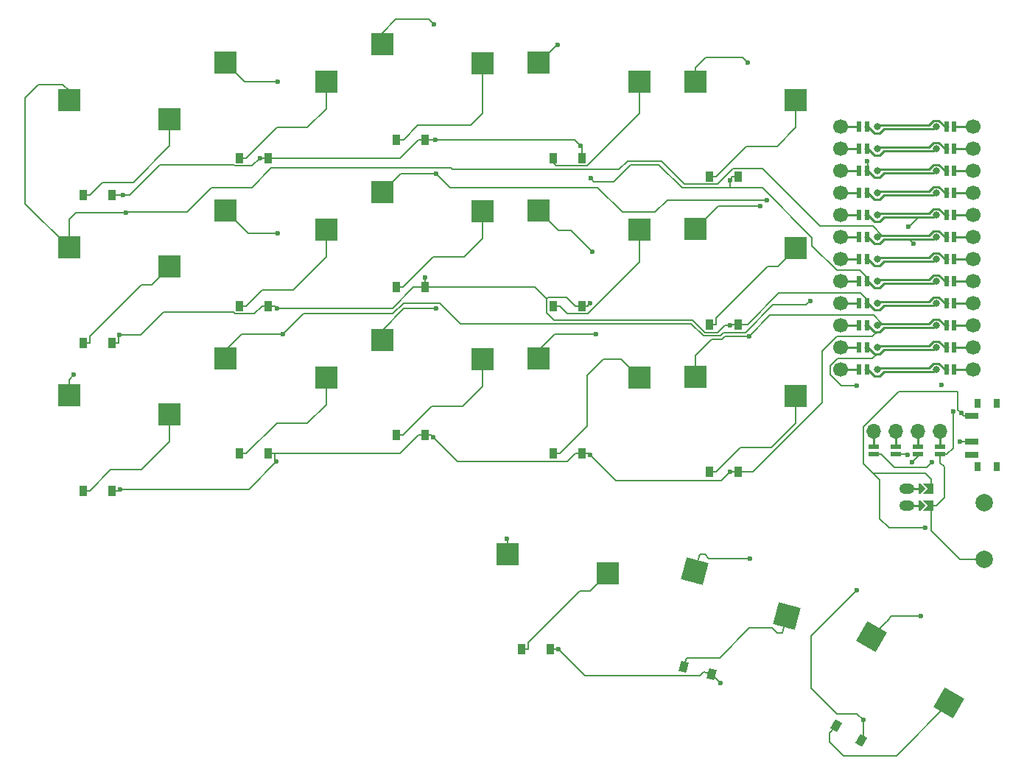
<source format=gbr>
%TF.GenerationSoftware,KiCad,Pcbnew,8.0.1*%
%TF.CreationDate,2024-12-01T01:33:27+09:00*%
%TF.ProjectId,corney_island_wireless_autorouted,636f726e-6579-45f6-9973-6c616e645f77,0.2*%
%TF.SameCoordinates,Original*%
%TF.FileFunction,Copper,L2,Bot*%
%TF.FilePolarity,Positive*%
%FSLAX46Y46*%
G04 Gerber Fmt 4.6, Leading zero omitted, Abs format (unit mm)*
G04 Created by KiCad (PCBNEW 8.0.1) date 2024-12-01 01:33:27*
%MOMM*%
%LPD*%
G01*
G04 APERTURE LIST*
G04 Aperture macros list*
%AMRotRect*
0 Rectangle, with rotation*
0 The origin of the aperture is its center*
0 $1 length*
0 $2 width*
0 $3 Rotation angle, in degrees counterclockwise*
0 Add horizontal line*
21,1,$1,$2,0,0,$3*%
%AMFreePoly0*
4,1,6,0.600000,-1.000000,0.000000,-0.400000,-0.600000,-1.000000,-0.600000,0.250000,0.600000,0.250000,0.600000,-1.000000,0.600000,-1.000000,$1*%
%AMFreePoly1*
4,1,6,0.600000,-0.200000,0.600000,-0.400000,-0.600000,-0.400000,-0.600000,-0.200000,0.000000,0.400000,0.600000,-0.200000,0.600000,-0.200000,$1*%
G04 Aperture macros list end*
%TA.AperFunction,ComponentPad*%
%ADD10C,2.000000*%
%TD*%
%TA.AperFunction,ComponentPad*%
%ADD11C,1.700000*%
%TD*%
%TA.AperFunction,SMDPad,CuDef*%
%ADD12R,0.600000X1.200000*%
%TD*%
%TA.AperFunction,ComponentPad*%
%ADD13C,0.800000*%
%TD*%
%TA.AperFunction,SMDPad,CuDef*%
%ADD14R,0.800000X1.000000*%
%TD*%
%TA.AperFunction,SMDPad,CuDef*%
%ADD15R,1.500000X0.700000*%
%TD*%
%TA.AperFunction,SMDPad,CuDef*%
%ADD16FreePoly0,270.000000*%
%TD*%
%TA.AperFunction,ComponentPad*%
%ADD17O,1.750000X1.200000*%
%TD*%
%TA.AperFunction,SMDPad,CuDef*%
%ADD18FreePoly1,270.000000*%
%TD*%
%TA.AperFunction,ComponentPad*%
%ADD19O,1.700000X1.700000*%
%TD*%
%TA.AperFunction,SMDPad,CuDef*%
%ADD20R,1.200000X0.600000*%
%TD*%
%TA.AperFunction,SMDPad,CuDef*%
%ADD21RotRect,0.900000X1.200000X150.000000*%
%TD*%
%TA.AperFunction,SMDPad,CuDef*%
%ADD22R,2.600000X2.600000*%
%TD*%
%TA.AperFunction,SMDPad,CuDef*%
%ADD23R,0.900000X1.200000*%
%TD*%
%TA.AperFunction,SMDPad,CuDef*%
%ADD24RotRect,2.600000X2.600000X330.000000*%
%TD*%
%TA.AperFunction,SMDPad,CuDef*%
%ADD25RotRect,0.900000X1.200000X165.000000*%
%TD*%
%TA.AperFunction,SMDPad,CuDef*%
%ADD26RotRect,2.600000X2.600000X345.000000*%
%TD*%
%TA.AperFunction,ViaPad*%
%ADD27C,0.600000*%
%TD*%
%TA.AperFunction,Conductor*%
%ADD28C,0.200000*%
%TD*%
%TA.AperFunction,Conductor*%
%ADD29C,0.250000*%
%TD*%
G04 APERTURE END LIST*
D10*
%TO.P,B1,1*%
%TO.N,RST*%
X201900000Y-106375000D03*
%TO.P,B1,2*%
%TO.N,GND*%
X201900000Y-112875000D03*
%TD*%
D11*
%TO.P,MCU1,1*%
%TO.N,MCU1_1*%
X200620000Y-63170000D03*
%TO.P,MCU1,2*%
%TO.N,MCU1_2*%
X200620000Y-65710000D03*
%TO.P,MCU1,3*%
%TO.N,MCU1_3*%
X200620000Y-68250000D03*
%TO.P,MCU1,4*%
%TO.N,MCU1_4*%
X200620000Y-70790000D03*
%TO.P,MCU1,5*%
%TO.N,MCU1_5*%
X200620000Y-73330000D03*
%TO.P,MCU1,6*%
%TO.N,MCU1_6*%
X200620000Y-75870000D03*
%TO.P,MCU1,7*%
%TO.N,MCU1_7*%
X200620000Y-78410000D03*
%TO.P,MCU1,8*%
%TO.N,MCU1_8*%
X200620000Y-80950000D03*
%TO.P,MCU1,9*%
%TO.N,MCU1_9*%
X200620000Y-83490000D03*
%TO.P,MCU1,10*%
%TO.N,MCU1_10*%
X200620000Y-86030000D03*
%TO.P,MCU1,11*%
%TO.N,MCU1_11*%
X200620000Y-88570000D03*
%TO.P,MCU1,12*%
%TO.N,MCU1_12*%
X200620000Y-91110000D03*
%TO.P,MCU1,13*%
%TO.N,MCU1_13*%
X185380000Y-91110000D03*
D12*
X187520000Y-91110000D03*
%TO.N,MCU1_12*%
X198480000Y-91110000D03*
D11*
%TO.P,MCU1,14*%
%TO.N,MCU1_14*%
X185380000Y-88570000D03*
D12*
X187520000Y-88570000D03*
%TO.N,MCU1_11*%
X198480000Y-88570000D03*
D11*
%TO.P,MCU1,15*%
%TO.N,MCU1_15*%
X185380000Y-86030000D03*
D12*
X187520000Y-86030000D03*
%TO.N,MCU1_10*%
X198480000Y-86030000D03*
D11*
%TO.P,MCU1,16*%
%TO.N,MCU1_16*%
X185380000Y-83490000D03*
D12*
X187520000Y-83490000D03*
%TO.N,MCU1_9*%
X198480000Y-83490000D03*
D11*
%TO.P,MCU1,17*%
%TO.N,MCU1_17*%
X185380000Y-80950000D03*
D12*
X187520000Y-80950000D03*
%TO.N,MCU1_8*%
X198480000Y-80950000D03*
D11*
%TO.P,MCU1,18*%
%TO.N,MCU1_18*%
X185380000Y-78410000D03*
D12*
X187520000Y-78410000D03*
%TO.N,MCU1_7*%
X198480000Y-78410000D03*
D11*
%TO.P,MCU1,19*%
%TO.N,MCU1_19*%
X185380000Y-75870000D03*
D12*
X187520000Y-75870000D03*
%TO.N,MCU1_6*%
X198480000Y-75870000D03*
D11*
%TO.P,MCU1,20*%
%TO.N,MCU1_20*%
X185380000Y-73330000D03*
D12*
X187520000Y-73330000D03*
%TO.N,MCU1_5*%
X198480000Y-73330000D03*
D11*
%TO.P,MCU1,21*%
%TO.N,MCU1_21*%
X185380000Y-70790000D03*
D12*
X187520000Y-70790000D03*
%TO.N,MCU1_4*%
X198480000Y-70790000D03*
D11*
%TO.P,MCU1,22*%
%TO.N,MCU1_22*%
X185380000Y-68250000D03*
D12*
X187520000Y-68250000D03*
%TO.N,MCU1_3*%
X198480000Y-68250000D03*
D11*
%TO.P,MCU1,23*%
%TO.N,MCU1_23*%
X185380000Y-65710000D03*
D12*
X187520000Y-65710000D03*
%TO.N,MCU1_2*%
X198480000Y-65710000D03*
D11*
%TO.P,MCU1,24*%
%TO.N,MCU1_24*%
X185380000Y-63170000D03*
D12*
X187520000Y-63170000D03*
%TO.N,MCU1_1*%
X198480000Y-63170000D03*
%TO.P,MCU1,101*%
%TO.N,LED*%
X188420000Y-63170000D03*
D13*
X196400000Y-63170000D03*
D12*
%TO.P,MCU1,102*%
%TO.N,DAT*%
X188420000Y-65710000D03*
D13*
X196400000Y-65710000D03*
D12*
%TO.P,MCU1,103*%
%TO.N,GND*%
X188420000Y-68250000D03*
D13*
X196400000Y-68250000D03*
D12*
%TO.P,MCU1,104*%
X188420000Y-70790000D03*
D13*
X196400000Y-70790000D03*
D12*
%TO.P,MCU1,105*%
%TO.N,SDA*%
X188420000Y-73330000D03*
D13*
X196400000Y-73330000D03*
D12*
%TO.P,MCU1,106*%
%TO.N,SCL*%
X188420000Y-75870000D03*
D13*
X196400000Y-75870000D03*
D12*
%TO.P,MCU1,107*%
%TO.N,CS*%
X188420000Y-78410000D03*
D13*
X196400000Y-78410000D03*
D12*
%TO.P,MCU1,108*%
%TO.N,R0*%
X188420000Y-80950000D03*
D13*
X196400000Y-80950000D03*
D12*
%TO.P,MCU1,109*%
%TO.N,R1*%
X188420000Y-83490000D03*
D13*
X196400000Y-83490000D03*
D12*
%TO.P,MCU1,110*%
%TO.N,R2*%
X188420000Y-86030000D03*
D13*
X196400000Y-86030000D03*
D12*
%TO.P,MCU1,111*%
%TO.N,R3*%
X188420000Y-88570000D03*
D13*
X196400000Y-88570000D03*
D12*
%TO.P,MCU1,112*%
%TO.N,P9*%
X188420000Y-91110000D03*
D13*
X196400000Y-91110000D03*
%TO.P,MCU1,113*%
%TO.N,P10*%
X189600000Y-91110000D03*
D12*
X197580000Y-91110000D03*
D13*
%TO.P,MCU1,114*%
%TO.N,P16*%
X189600000Y-88570000D03*
D12*
X197580000Y-88570000D03*
D13*
%TO.P,MCU1,115*%
%TO.N,C5*%
X189600000Y-86030000D03*
D12*
X197580000Y-86030000D03*
D13*
%TO.P,MCU1,116*%
%TO.N,C4*%
X189600000Y-83490000D03*
D12*
X197580000Y-83490000D03*
D13*
%TO.P,MCU1,117*%
%TO.N,C3*%
X189600000Y-80950000D03*
D12*
X197580000Y-80950000D03*
D13*
%TO.P,MCU1,118*%
%TO.N,C2*%
X189600000Y-78410000D03*
D12*
X197580000Y-78410000D03*
D13*
%TO.P,MCU1,119*%
%TO.N,C1*%
X189600000Y-75870000D03*
D12*
X197580000Y-75870000D03*
D13*
%TO.P,MCU1,120*%
%TO.N,C0*%
X189600000Y-73330000D03*
D12*
X197580000Y-73330000D03*
D13*
%TO.P,MCU1,121*%
%TO.N,VCC*%
X189600000Y-70790000D03*
D12*
X197580000Y-70790000D03*
D13*
%TO.P,MCU1,122*%
%TO.N,RST*%
X189600000Y-68250000D03*
D12*
X197580000Y-68250000D03*
D13*
%TO.P,MCU1,123*%
%TO.N,GND*%
X189600000Y-65710000D03*
D12*
X197580000Y-65710000D03*
D13*
%TO.P,MCU1,124*%
%TO.N,RAW*%
X189600000Y-63170000D03*
D12*
X197580000Y-63170000D03*
%TD*%
D14*
%TO.P,PWR1,*%
%TO.N,*%
X201115000Y-94975000D03*
X201115000Y-102275000D03*
X203325000Y-94975000D03*
X203325000Y-102275000D03*
D15*
%TO.P,PWR1,1*%
%TO.N,BAT_P*%
X200465000Y-96375000D03*
%TO.P,PWR1,2*%
%TO.N,RAW*%
X200465000Y-99375000D03*
%TO.P,PWR1,3*%
%TO.N,N/C*%
X200465000Y-100875000D03*
%TD*%
D16*
%TO.P,JST1,1*%
%TO.N,BAT_P*%
X195816000Y-104750000D03*
%TO.P,JST1,2*%
%TO.N,GND*%
X195816000Y-106750000D03*
D17*
%TO.P,JST1,11*%
%TO.N,JST1_1*%
X193000000Y-106750000D03*
%TO.P,JST1,12*%
%TO.N,JST1_2*%
X193000000Y-104750000D03*
D18*
%TO.P,JST1,31*%
%TO.N,JST1_1*%
X194800000Y-106750000D03*
%TO.P,JST1,32*%
%TO.N,JST1_2*%
X194800000Y-104750000D03*
%TD*%
D19*
%TO.P,DISP1,1*%
%TO.N,DISP1_1*%
X189190000Y-98200000D03*
%TO.P,DISP1,2*%
%TO.N,DISP1_2*%
X191730000Y-98200000D03*
%TO.P,DISP1,3*%
%TO.N,DISP1_3*%
X194270000Y-98200000D03*
%TO.P,DISP1,4*%
%TO.N,DISP1_4*%
X196810000Y-98200000D03*
D20*
%TO.P,DISP1,20*%
%TO.N,GND*%
X196810000Y-100850000D03*
%TO.P,DISP1,21*%
%TO.N,VCC*%
X194270000Y-100850000D03*
%TO.P,DISP1,22*%
%TO.N,SCL*%
X191730000Y-100850000D03*
%TO.P,DISP1,23*%
%TO.N,SDA*%
X189190000Y-100850000D03*
%TO.P,DISP1,24*%
%TO.N,DISP1_4*%
X196810000Y-99950000D03*
%TO.P,DISP1,25*%
%TO.N,DISP1_3*%
X194270000Y-99950000D03*
%TO.P,DISP1,26*%
%TO.N,DISP1_2*%
X191730000Y-99950000D03*
%TO.P,DISP1,27*%
%TO.N,DISP1_1*%
X189190000Y-99950000D03*
%TD*%
D21*
%TO.P,D18,1*%
%TO.N,R3*%
X187759842Y-133727700D03*
%TO.P,D18,2*%
%TO.N,far_home_B*%
X184901958Y-132077700D03*
%TD*%
D22*
%TO.P,S2,1*%
%TO.N,C1*%
X96725000Y-77050000D03*
%TO.P,S2,2*%
%TO.N,pinky_home_B*%
X108275000Y-79250000D03*
%TD*%
%TO.P,S13,1*%
%TO.N,C5*%
X168725000Y-91925000D03*
%TO.P,S13,2*%
%TO.N,inner_bottom_B*%
X180275000Y-94125000D03*
%TD*%
%TO.P,S14,1*%
%TO.N,C5*%
X168725000Y-74925000D03*
%TO.P,S14,2*%
%TO.N,inner_home_B*%
X180275000Y-77125000D03*
%TD*%
%TO.P,S11,1*%
%TO.N,C4*%
X150725000Y-72800000D03*
%TO.P,S11,2*%
%TO.N,index_home_B*%
X162275000Y-75000000D03*
%TD*%
D23*
%TO.P,D5,1*%
%TO.N,R1*%
X119650000Y-83750000D03*
%TO.P,D5,2*%
%TO.N,ring_home_B*%
X116350000Y-83750000D03*
%TD*%
%TO.P,D9,1*%
%TO.N,R0*%
X137650000Y-64625000D03*
%TO.P,D9,2*%
%TO.N,middle_top_B*%
X134350000Y-64625000D03*
%TD*%
D22*
%TO.P,S6,1*%
%TO.N,C2*%
X114725000Y-55800000D03*
%TO.P,S6,2*%
%TO.N,ring_top_B*%
X126275000Y-58000000D03*
%TD*%
D23*
%TO.P,D1,1*%
%TO.N,R2*%
X101650000Y-105000000D03*
%TO.P,D1,2*%
%TO.N,pinky_bottom_B*%
X98350000Y-105000000D03*
%TD*%
D22*
%TO.P,S16,1*%
%TO.N,C3*%
X147125000Y-112325000D03*
%TO.P,S16,2*%
%TO.N,near_home_B*%
X158675000Y-114525000D03*
%TD*%
D23*
%TO.P,D14,1*%
%TO.N,R1*%
X173650000Y-85875000D03*
%TO.P,D14,2*%
%TO.N,inner_home_B*%
X170350000Y-85875000D03*
%TD*%
%TO.P,D16,1*%
%TO.N,R3*%
X152050000Y-123275000D03*
%TO.P,D16,2*%
%TO.N,near_home_B*%
X148750000Y-123275000D03*
%TD*%
%TO.P,D15,1*%
%TO.N,R0*%
X173650000Y-68875000D03*
%TO.P,D15,2*%
%TO.N,inner_top_B*%
X170350000Y-68875000D03*
%TD*%
%TO.P,D10,1*%
%TO.N,R2*%
X155650000Y-100750000D03*
%TO.P,D10,2*%
%TO.N,index_bottom_B*%
X152350000Y-100750000D03*
%TD*%
%TO.P,D7,1*%
%TO.N,R2*%
X137650000Y-98625000D03*
%TO.P,D7,2*%
%TO.N,middle_bottom_B*%
X134350000Y-98625000D03*
%TD*%
%TO.P,D11,1*%
%TO.N,R1*%
X155650000Y-83750000D03*
%TO.P,D11,2*%
%TO.N,index_home_B*%
X152350000Y-83750000D03*
%TD*%
%TO.P,D12,1*%
%TO.N,R0*%
X155650000Y-66750000D03*
%TO.P,D12,2*%
%TO.N,index_top_B*%
X152350000Y-66750000D03*
%TD*%
%TO.P,D4,1*%
%TO.N,R2*%
X119650000Y-100750000D03*
%TO.P,D4,2*%
%TO.N,ring_bottom_B*%
X116350000Y-100750000D03*
%TD*%
D24*
%TO.P,S18,1*%
%TO.N,C5*%
X188969667Y-121782149D03*
%TO.P,S18,2*%
%TO.N,far_home_B*%
X197872260Y-129462405D03*
%TD*%
D22*
%TO.P,S10,1*%
%TO.N,C4*%
X150725000Y-89800000D03*
%TO.P,S10,2*%
%TO.N,index_bottom_B*%
X162275000Y-92000000D03*
%TD*%
D23*
%TO.P,D3,1*%
%TO.N,R0*%
X101650000Y-71000000D03*
%TO.P,D3,2*%
%TO.N,pinky_top_B*%
X98350000Y-71000000D03*
%TD*%
D22*
%TO.P,S9,1*%
%TO.N,C3*%
X132725000Y-53675000D03*
%TO.P,S9,2*%
%TO.N,middle_top_B*%
X144275000Y-55875000D03*
%TD*%
%TO.P,S8,1*%
%TO.N,C3*%
X132725000Y-70675000D03*
%TO.P,S8,2*%
%TO.N,middle_home_B*%
X144275000Y-72875000D03*
%TD*%
D23*
%TO.P,D13,1*%
%TO.N,R2*%
X173650000Y-102875000D03*
%TO.P,D13,2*%
%TO.N,inner_bottom_B*%
X170350000Y-102875000D03*
%TD*%
D22*
%TO.P,S15,1*%
%TO.N,C5*%
X168725000Y-57925000D03*
%TO.P,S15,2*%
%TO.N,inner_top_B*%
X180275000Y-60125000D03*
%TD*%
D25*
%TO.P,D17,1*%
%TO.N,R3*%
X170592978Y-126150650D03*
%TO.P,D17,2*%
%TO.N,mid_home_B*%
X167405422Y-125296550D03*
%TD*%
D22*
%TO.P,S3,1*%
%TO.N,C1*%
X96725000Y-60050000D03*
%TO.P,S3,2*%
%TO.N,pinky_top_B*%
X108275000Y-62250000D03*
%TD*%
D23*
%TO.P,D8,1*%
%TO.N,R1*%
X137650000Y-81625000D03*
%TO.P,D8,2*%
%TO.N,middle_home_B*%
X134350000Y-81625000D03*
%TD*%
D22*
%TO.P,S12,1*%
%TO.N,C4*%
X150725000Y-55800000D03*
%TO.P,S12,2*%
%TO.N,index_top_B*%
X162275000Y-58000000D03*
%TD*%
%TO.P,S4,1*%
%TO.N,C2*%
X114725000Y-89800000D03*
%TO.P,S4,2*%
%TO.N,ring_bottom_B*%
X126275000Y-92000000D03*
%TD*%
D23*
%TO.P,D6,1*%
%TO.N,R0*%
X119650000Y-66750000D03*
%TO.P,D6,2*%
%TO.N,ring_top_B*%
X116350000Y-66750000D03*
%TD*%
D22*
%TO.P,S5,1*%
%TO.N,C2*%
X114725000Y-72800000D03*
%TO.P,S5,2*%
%TO.N,ring_home_B*%
X126275000Y-75000000D03*
%TD*%
%TO.P,S1,1*%
%TO.N,C1*%
X96725000Y-94050000D03*
%TO.P,S1,2*%
%TO.N,pinky_bottom_B*%
X108275000Y-96250000D03*
%TD*%
%TO.P,S7,1*%
%TO.N,C3*%
X132725000Y-87675000D03*
%TO.P,S7,2*%
%TO.N,middle_bottom_B*%
X144275000Y-89875000D03*
%TD*%
D26*
%TO.P,S17,1*%
%TO.N,C4*%
X168669866Y-114299109D03*
%TO.P,S17,2*%
%TO.N,mid_home_B*%
X179256908Y-119413506D03*
%TD*%
D23*
%TO.P,D2,1*%
%TO.N,R1*%
X101650000Y-88000000D03*
%TO.P,D2,2*%
%TO.N,pinky_home_B*%
X98350000Y-88000000D03*
%TD*%
D27*
%TO.N,R3*%
X187227000Y-116500000D03*
%TO.N,R0*%
X155550000Y-65350000D03*
X138800000Y-64625000D03*
X102900000Y-71000000D03*
%TO.N,C1*%
X103275000Y-73000000D03*
%TO.N,VCC*%
X193639167Y-101700910D03*
%TO.N,GND*%
X198342914Y-95922835D03*
%TO.N,R3*%
X188000000Y-131400000D03*
X171571164Y-127128836D03*
%TO.N,C1*%
X97300000Y-91700000D03*
%TO.N,GND*%
X196963200Y-92888300D03*
X188420000Y-67135000D03*
%TO.N,C2*%
X120723300Y-58003500D03*
X181900000Y-83200000D03*
X120723300Y-75386500D03*
X121275000Y-87028000D03*
%TO.N,C3*%
X147032700Y-110513500D03*
X138923800Y-84075500D03*
X138931600Y-68529700D03*
X138700000Y-51394700D03*
X176929500Y-71556900D03*
%TO.N,C4*%
X174996700Y-112800800D03*
X156883900Y-77533800D03*
X152860800Y-53742500D03*
X157275000Y-87028000D03*
%TO.N,C5*%
X194642100Y-119474400D03*
X176169100Y-72303700D03*
X174893400Y-87247200D03*
X174700000Y-55800000D03*
%TO.N,R2*%
X172692700Y-102836700D03*
X102611200Y-104831300D03*
X120571600Y-101671600D03*
X138619600Y-98880500D03*
X156605500Y-100855500D03*
%TO.N,R1*%
X172695200Y-86015500D03*
X137650000Y-80513600D03*
X156626500Y-83472500D03*
X120614900Y-84045000D03*
X102534100Y-87115900D03*
%TO.N,R0*%
X156700000Y-69100000D03*
X172686000Y-69270500D03*
X118693400Y-66750000D03*
%TO.N,R3*%
X187227000Y-92903100D03*
X153002100Y-123258900D03*
%TO.N,RAW*%
X199075800Y-99375000D03*
%TO.N,SDA*%
X195905900Y-101739200D03*
X193194500Y-74618500D03*
%TO.N,SCL*%
X193796200Y-76613700D03*
X193100000Y-100900000D03*
%TO.N,BAT_P*%
X199300000Y-96100000D03*
X195100000Y-109300000D03*
%TD*%
D28*
%TO.N,far_home_B*%
X184100000Y-132879658D02*
X184901958Y-132077700D01*
X191834665Y-135500000D02*
X185700000Y-135500000D01*
X197872260Y-129462405D02*
X191834665Y-135500000D01*
X185700000Y-135500000D02*
X184100000Y-133900000D01*
X184100000Y-133900000D02*
X184100000Y-132879658D01*
%TO.N,R3*%
X187300000Y-130700000D02*
X188000000Y-131400000D01*
X182000000Y-121700000D02*
X182000000Y-127700000D01*
X184627000Y-119100000D02*
X184600000Y-119100000D01*
X184600000Y-119100000D02*
X182000000Y-121700000D01*
X187227000Y-116500000D02*
X184627000Y-119100000D01*
X182000000Y-127700000D02*
X185000000Y-130700000D01*
X185000000Y-130700000D02*
X187300000Y-130700000D01*
%TO.N,C5*%
X191277400Y-119474400D02*
X194642100Y-119474400D01*
X190800000Y-119951800D02*
X191277400Y-119474400D01*
X190800000Y-120000000D02*
X190800000Y-119951800D01*
X188969700Y-121782100D02*
X190751800Y-120000000D01*
X190751800Y-120000000D02*
X190800000Y-120000000D01*
%TO.N,C1*%
X97300000Y-91700000D02*
X96725000Y-92275000D01*
X96725000Y-92275000D02*
X96725000Y-94050000D01*
%TO.N,C2*%
X116572000Y-87028000D02*
X121275000Y-87028000D01*
X114725000Y-88875000D02*
X116572000Y-87028000D01*
X114725000Y-89800000D02*
X114725000Y-88875000D01*
%TO.N,C3*%
X135224500Y-84075500D02*
X138923800Y-84075500D01*
X132725000Y-86575000D02*
X135224500Y-84075500D01*
X132725000Y-87675000D02*
X132725000Y-86575000D01*
%TO.N,C4*%
X150725000Y-88875000D02*
X152572000Y-87028000D01*
X152572000Y-87028000D02*
X157275000Y-87028000D01*
X150725000Y-89800000D02*
X150725000Y-88875000D01*
%TO.N,C5*%
X172095686Y-87247200D02*
X174893400Y-87247200D01*
X170587800Y-87612200D02*
X171730686Y-87612200D01*
X168725000Y-91925000D02*
X168725000Y-89475000D01*
X168725000Y-89475000D02*
X170587800Y-87612200D01*
X171730686Y-87612200D02*
X172095686Y-87247200D01*
%TO.N,C2*%
X123657800Y-84645200D02*
X121275000Y-87028000D01*
X135164000Y-83430000D02*
X133948800Y-84645200D01*
X139380200Y-83430000D02*
X135164000Y-83430000D01*
X141734600Y-85784400D02*
X139380200Y-83430000D01*
X168205700Y-85784400D02*
X141734600Y-85784400D01*
X169633500Y-87212200D02*
X168205700Y-85784400D01*
X133948800Y-84645200D02*
X123657800Y-84645200D01*
X171565000Y-87212200D02*
X169633500Y-87212200D01*
X171966700Y-86810500D02*
X171565000Y-87212200D01*
X174479000Y-86810500D02*
X171966700Y-86810500D01*
X181439700Y-83660300D02*
X177629200Y-83660300D01*
X177629200Y-83660300D02*
X174479000Y-86810500D01*
X181900000Y-83200000D02*
X181439700Y-83660300D01*
%TO.N,C5*%
X168725000Y-56375000D02*
X168725000Y-57925000D01*
X174100000Y-55200000D02*
X169900000Y-55200000D01*
X174700000Y-55800000D02*
X174100000Y-55200000D01*
X169900000Y-55200000D02*
X168725000Y-56375000D01*
%TO.N,R0*%
X155550000Y-65350000D02*
X154825000Y-64625000D01*
X155650000Y-65450000D02*
X155550000Y-65350000D01*
X164525400Y-67508900D02*
X167212700Y-70196200D01*
X159346500Y-69465300D02*
X161302900Y-67508900D01*
X157065300Y-69465300D02*
X159346500Y-69465300D01*
X167212700Y-70196200D02*
X172686000Y-70196200D01*
X156700000Y-69100000D02*
X157065300Y-69465300D01*
X161302900Y-67508900D02*
X164525400Y-67508900D01*
X154825000Y-64625000D02*
X137650000Y-64625000D01*
X155650000Y-66750000D02*
X155650000Y-65450000D01*
%TO.N,index_top_B*%
X156264600Y-67651700D02*
X162275000Y-61641300D01*
X162275000Y-61641300D02*
X162275000Y-58000000D01*
X152751700Y-67651700D02*
X156264600Y-67651700D01*
X152350000Y-66750000D02*
X152350000Y-67250000D01*
X152350000Y-67250000D02*
X152751700Y-67651700D01*
%TO.N,middle_top_B*%
X144275000Y-61625000D02*
X144275000Y-55875000D01*
X142900000Y-63000000D02*
X144275000Y-61625000D01*
X136800000Y-63000000D02*
X142900000Y-63000000D01*
X134350000Y-64625000D02*
X135175000Y-64625000D01*
X135175000Y-64625000D02*
X136800000Y-63000000D01*
%TO.N,C3*%
X134300000Y-50800000D02*
X132725000Y-52375000D01*
X138105300Y-50800000D02*
X134300000Y-50800000D01*
X132725000Y-52375000D02*
X132725000Y-53675000D01*
X138700000Y-51394700D02*
X138105300Y-50800000D01*
%TO.N,R0*%
X101650000Y-71000000D02*
X102900000Y-71000000D01*
X115775000Y-67651700D02*
X117791700Y-67651700D01*
X115669800Y-67546500D02*
X115775000Y-67651700D01*
X103714500Y-71000000D02*
X107168000Y-67546500D01*
X107168000Y-67546500D02*
X115669800Y-67546500D01*
X117791700Y-67651700D02*
X118693400Y-66750000D01*
X102900000Y-71000000D02*
X103714500Y-71000000D01*
%TO.N,C1*%
X189121800Y-74600000D02*
X190171800Y-75650000D01*
X183052300Y-74600000D02*
X189121800Y-74600000D01*
X173061400Y-67938500D02*
X176390800Y-67938500D01*
X176390800Y-67938500D02*
X183052300Y-74600000D01*
X167483600Y-69776700D02*
X171223200Y-69776700D01*
X171223200Y-69776700D02*
X173061400Y-67938500D01*
X160920600Y-67078600D02*
X164785500Y-67078600D01*
X164785500Y-67078600D02*
X167483600Y-69776700D01*
X119995400Y-67905400D02*
X140606700Y-67905400D01*
X117729100Y-70171700D02*
X119995400Y-67905400D01*
X113128300Y-70171700D02*
X117729100Y-70171700D01*
X110334900Y-72965100D02*
X113128300Y-70171700D01*
X140606700Y-67905400D02*
X140781000Y-68079700D01*
X103309900Y-72965100D02*
X110334900Y-72965100D01*
X103275000Y-73000000D02*
X103309900Y-72965100D01*
X140781000Y-68079700D02*
X159919500Y-68079700D01*
X159919500Y-68079700D02*
X160920600Y-67078600D01*
X103197900Y-73077100D02*
X97477100Y-73077100D01*
X103275000Y-73000000D02*
X103197900Y-73077100D01*
X97477100Y-73077100D02*
X96725000Y-73829200D01*
X97589100Y-72965100D02*
X97477100Y-73077100D01*
X91700000Y-72025000D02*
X96725000Y-77050000D01*
X91700000Y-59800000D02*
X91700000Y-72025000D01*
X96725000Y-59025000D02*
X96000000Y-58300000D01*
X96000000Y-58300000D02*
X93200000Y-58300000D01*
X96725000Y-60050000D02*
X96725000Y-59025000D01*
X93200000Y-58300000D02*
X91700000Y-59800000D01*
%TO.N,SCL*%
X193050000Y-100850000D02*
X191730000Y-100850000D01*
X193100000Y-100900000D02*
X193050000Y-100850000D01*
%TO.N,VCC*%
X194270000Y-101070077D02*
X193639167Y-101700910D01*
X194270000Y-100850000D02*
X194270000Y-101070077D01*
%TO.N,SDA*%
X195345100Y-102300000D02*
X195905900Y-101739200D01*
X191541700Y-102300000D02*
X195345100Y-102300000D01*
X190091700Y-100850000D02*
X191541700Y-102300000D01*
X189190000Y-100850000D02*
X190091700Y-100850000D01*
%TO.N,GND*%
X198342914Y-100117086D02*
X198342914Y-95922835D01*
X197610000Y-100850000D02*
X198342914Y-100117086D01*
X196810000Y-100850000D02*
X197610000Y-100850000D01*
%TO.N,BAT_P*%
X198900000Y-93700000D02*
X198900000Y-95700000D01*
X198900000Y-95700000D02*
X199300000Y-96100000D01*
X188036700Y-101900000D02*
X188968350Y-102831650D01*
X192131200Y-93600000D02*
X188036700Y-97694500D01*
X198800000Y-93600000D02*
X192131200Y-93600000D01*
X188036700Y-97694500D02*
X188036700Y-101900000D01*
X198900000Y-93700000D02*
X198800000Y-93600000D01*
X189924900Y-103788200D02*
X188968350Y-102831650D01*
X191000000Y-109300000D02*
X189924900Y-108224900D01*
X195100000Y-109300000D02*
X191000000Y-109300000D01*
X188968350Y-102831650D02*
X189136700Y-103000000D01*
X189924900Y-108224900D02*
X189924900Y-103788200D01*
X199575000Y-96375000D02*
X200465000Y-96375000D01*
X199300000Y-96100000D02*
X199575000Y-96375000D01*
X195816000Y-103716000D02*
X195816000Y-104750000D01*
X195100000Y-103000000D02*
X195816000Y-103716000D01*
X189136700Y-103000000D02*
X195100000Y-103000000D01*
%TO.N,GND*%
X196810000Y-101792400D02*
X197300000Y-102282400D01*
X196810000Y-100850000D02*
X196810000Y-101792400D01*
X197300000Y-105817700D02*
X197300000Y-102282400D01*
X196367700Y-106750000D02*
X197300000Y-105817700D01*
X195816000Y-106750000D02*
X196367700Y-106750000D01*
X195816000Y-109616000D02*
X195816000Y-106750000D01*
X199075000Y-112875000D02*
X195816000Y-109616000D01*
X201900000Y-112875000D02*
X199075000Y-112875000D01*
%TO.N,R3*%
X187759842Y-133727700D02*
X188000000Y-133487542D01*
X188000000Y-133487542D02*
X188000000Y-131400000D01*
X170592978Y-126150650D02*
X171571164Y-127128836D01*
D29*
%TO.N,C1*%
X190171800Y-75650000D02*
X189820000Y-75650000D01*
D28*
X96725000Y-73829200D02*
X96725000Y-77050000D01*
X189820000Y-75650000D02*
X189600000Y-75870000D01*
D29*
X197580000Y-75870000D02*
X197425000Y-75870000D01*
X197425000Y-75870000D02*
X196700000Y-75145000D01*
X195595000Y-75650000D02*
X190171800Y-75650000D01*
X196700000Y-75145000D02*
X196100000Y-75145000D01*
X196100000Y-75145000D02*
X195595000Y-75650000D01*
X197775000Y-75870000D02*
X197580000Y-75870000D01*
D28*
%TO.N,pinky_bottom_B*%
X108275000Y-99364000D02*
X108275000Y-96250000D01*
X105054100Y-102584900D02*
X108275000Y-99364000D01*
X98350000Y-105000000D02*
X99101700Y-105000000D01*
X99101700Y-105000000D02*
X101516800Y-102584900D01*
X101516800Y-102584900D02*
X105054100Y-102584900D01*
D29*
%TO.N,GND*%
X188575000Y-70790000D02*
X189300000Y-71515000D01*
D28*
X189820000Y-65490000D02*
X189600000Y-65710000D01*
D29*
X196700000Y-64985000D02*
X196100000Y-64985000D01*
X197425000Y-65710000D02*
X196700000Y-64985000D01*
X189900000Y-71515000D02*
X190395000Y-71020000D01*
X189900000Y-68975000D02*
X190395000Y-68480000D01*
X195595000Y-65490000D02*
X189820000Y-65490000D01*
X190395000Y-71020000D02*
X196170000Y-71020000D01*
X188225000Y-68250000D02*
X188420000Y-68250000D01*
X188575000Y-68250000D02*
X189300000Y-68975000D01*
D28*
X188497500Y-68250000D02*
X188497500Y-67212500D01*
X188497500Y-67212500D02*
X188420000Y-67135000D01*
D29*
X188420000Y-70790000D02*
X188575000Y-70790000D01*
X189300000Y-71515000D02*
X189900000Y-71515000D01*
X190395000Y-68480000D02*
X196170000Y-68480000D01*
D28*
X196170000Y-68480000D02*
X196400000Y-68250000D01*
D29*
X188497500Y-68250000D02*
X188575000Y-68250000D01*
X197580000Y-65710000D02*
X197425000Y-65710000D01*
D28*
X196170000Y-71020000D02*
X196400000Y-70790000D01*
D29*
X188420000Y-68250000D02*
X188497500Y-68250000D01*
X188225000Y-70790000D02*
X188420000Y-70790000D01*
X196100000Y-64985000D02*
X195595000Y-65490000D01*
X197775000Y-65710000D02*
X197580000Y-65710000D01*
X189300000Y-68975000D02*
X189900000Y-68975000D01*
D28*
%TO.N,pinky_home_B*%
X99101700Y-87248300D02*
X105030100Y-81319900D01*
X99101700Y-88000000D02*
X99101700Y-87248300D01*
X105030100Y-81319900D02*
X106205100Y-81319900D01*
X98350000Y-88000000D02*
X99101700Y-88000000D01*
X106205100Y-81319900D02*
X108275000Y-79250000D01*
%TO.N,pinky_top_B*%
X98350000Y-71000000D02*
X99101700Y-71000000D01*
X99101700Y-71000000D02*
X100546700Y-69555000D01*
X108275000Y-65366700D02*
X108275000Y-62250000D01*
X104086700Y-69555000D02*
X108275000Y-65366700D01*
X100546700Y-69555000D02*
X104086700Y-69555000D01*
%TO.N,C2*%
X117311500Y-75386500D02*
X120723300Y-75386500D01*
X116928500Y-58003500D02*
X120723300Y-58003500D01*
D29*
X195595000Y-78190000D02*
X189820000Y-78190000D01*
X196700000Y-77685000D02*
X196100000Y-77685000D01*
D28*
X114725000Y-72800000D02*
X117311500Y-75386500D01*
D29*
X197580000Y-78410000D02*
X197425000Y-78410000D01*
X196100000Y-77685000D02*
X195595000Y-78190000D01*
D28*
X114725000Y-55800000D02*
X116928500Y-58003500D01*
D29*
X197425000Y-78410000D02*
X196700000Y-77685000D01*
X197775000Y-78410000D02*
X197580000Y-78410000D01*
D28*
X189820000Y-78190000D02*
X189600000Y-78410000D01*
%TO.N,ring_bottom_B*%
X116350000Y-100750000D02*
X117101700Y-100750000D01*
X120600000Y-97251700D02*
X124134700Y-97251700D01*
X124134700Y-97251700D02*
X126275000Y-95111400D01*
X117101700Y-100750000D02*
X120600000Y-97251700D01*
X126275000Y-95111400D02*
X126275000Y-92000000D01*
%TO.N,ring_home_B*%
X126275000Y-78104000D02*
X126275000Y-75000000D01*
X116350000Y-83750000D02*
X117101700Y-83750000D01*
X122453200Y-81925800D02*
X126275000Y-78104000D01*
X118925900Y-81925800D02*
X122453200Y-81925800D01*
X117101700Y-83750000D02*
X118925900Y-81925800D01*
%TO.N,ring_top_B*%
X124134700Y-63251700D02*
X126275000Y-61111400D01*
X120600000Y-63251700D02*
X124134700Y-63251700D01*
X117101700Y-66750000D02*
X120600000Y-63251700D01*
X116350000Y-66750000D02*
X117101700Y-66750000D01*
X126275000Y-61111400D02*
X126275000Y-58000000D01*
D29*
%TO.N,C3*%
X196100000Y-80225000D02*
X195595000Y-80730000D01*
X197775000Y-80950000D02*
X197580000Y-80950000D01*
X197425000Y-80950000D02*
X196700000Y-80225000D01*
D28*
X147125000Y-110605800D02*
X147032700Y-110513500D01*
D29*
X197580000Y-80950000D02*
X197425000Y-80950000D01*
X196700000Y-80225000D02*
X196100000Y-80225000D01*
D28*
X165514000Y-71556900D02*
X164084300Y-72986600D01*
X176929500Y-71556900D02*
X165514000Y-71556900D01*
X140526700Y-70124800D02*
X138931600Y-68529700D01*
X134870300Y-68529700D02*
X138931600Y-68529700D01*
X132725000Y-70675000D02*
X134870300Y-68529700D01*
X147125000Y-112325000D02*
X147125000Y-110605800D01*
X160336600Y-72986600D02*
X157474800Y-70124800D01*
X157474800Y-70124800D02*
X140526700Y-70124800D01*
X164084300Y-72986600D02*
X160336600Y-72986600D01*
D29*
X195595000Y-80730000D02*
X189820000Y-80730000D01*
D28*
X189820000Y-80730000D02*
X189600000Y-80950000D01*
%TO.N,middle_bottom_B*%
X138429000Y-95297700D02*
X141970900Y-95297700D01*
X135101700Y-98625000D02*
X138429000Y-95297700D01*
X141970900Y-95297700D02*
X144275000Y-92993600D01*
X144275000Y-92993600D02*
X144275000Y-89875000D01*
X134350000Y-98625000D02*
X135101700Y-98625000D01*
%TO.N,middle_home_B*%
X134350000Y-81625000D02*
X135101700Y-81625000D01*
X135101700Y-81625000D02*
X138600000Y-78126700D01*
X144275000Y-75986400D02*
X144275000Y-72875000D01*
X142134700Y-78126700D02*
X144275000Y-75986400D01*
X138600000Y-78126700D02*
X142134700Y-78126700D01*
%TO.N,C4*%
X170265700Y-112800800D02*
X174996700Y-112800800D01*
D29*
X197425000Y-83490000D02*
X196700000Y-82765000D01*
X195595000Y-83270000D02*
X189820000Y-83270000D01*
D28*
X150725000Y-72800000D02*
X152975400Y-75050400D01*
X154400500Y-75050400D02*
X156883900Y-77533800D01*
X152975400Y-75050400D02*
X154400500Y-75050400D01*
D29*
X197580000Y-83490000D02*
X197425000Y-83490000D01*
X196100000Y-82765000D02*
X195595000Y-83270000D01*
D28*
X169802300Y-112337400D02*
X170265700Y-112800800D01*
X152782500Y-53742500D02*
X152860800Y-53742500D01*
X168669900Y-114299100D02*
X169195500Y-112337400D01*
X169195500Y-112337400D02*
X169802300Y-112337400D01*
X189820000Y-83270000D02*
X189600000Y-83490000D01*
D29*
X196700000Y-82765000D02*
X196100000Y-82765000D01*
D28*
X150725000Y-55800000D02*
X152782500Y-53742500D01*
D29*
X197775000Y-83490000D02*
X197580000Y-83490000D01*
D28*
%TO.N,index_bottom_B*%
X156275100Y-91749500D02*
X158116400Y-89908200D01*
X158116400Y-89908200D02*
X160183200Y-89908200D01*
X153101700Y-100750000D02*
X156275100Y-97576600D01*
X152350000Y-100750000D02*
X153101700Y-100750000D01*
X156275100Y-97576600D02*
X156275100Y-91749500D01*
X160183200Y-89908200D02*
X162275000Y-92000000D01*
%TO.N,index_home_B*%
X162275000Y-75000000D02*
X162275000Y-78699300D01*
X156319300Y-84655000D02*
X154006700Y-84655000D01*
X154006700Y-84655000D02*
X153101700Y-83750000D01*
X162275000Y-78699300D02*
X156319300Y-84655000D01*
X152350000Y-83750000D02*
X153101700Y-83750000D01*
D29*
%TO.N,C5*%
X196100000Y-85305000D02*
X195595000Y-85810000D01*
X197775000Y-86030000D02*
X197580000Y-86030000D01*
D28*
X174893400Y-87247200D02*
X177315000Y-84825600D01*
D29*
X197580000Y-86030000D02*
X197425000Y-86030000D01*
X195595000Y-85810000D02*
X190171800Y-85810000D01*
D28*
X171346300Y-72303700D02*
X176169100Y-72303700D01*
D29*
X197425000Y-86030000D02*
X196700000Y-85305000D01*
D28*
X189820000Y-85810000D02*
X189600000Y-86030000D01*
X168725000Y-74925000D02*
X171346300Y-72303700D01*
D29*
X190171800Y-85810000D02*
X189820000Y-85810000D01*
D28*
X189187400Y-84825600D02*
X190171800Y-85810000D01*
D29*
X196700000Y-85305000D02*
X196100000Y-85305000D01*
D28*
X177315000Y-84825600D02*
X189187400Y-84825600D01*
%TO.N,inner_bottom_B*%
X170350000Y-102875000D02*
X171101700Y-102875000D01*
X171101700Y-102875000D02*
X173928300Y-100048400D01*
X177456400Y-100048400D02*
X180275000Y-97229800D01*
X173928300Y-100048400D02*
X177456400Y-100048400D01*
X180275000Y-97229800D02*
X180275000Y-94125000D01*
%TO.N,inner_home_B*%
X171101700Y-85875000D02*
X171101700Y-85123300D01*
X170350000Y-85875000D02*
X171101700Y-85875000D01*
X171101700Y-85123300D02*
X177030100Y-79194900D01*
X178205100Y-79194900D02*
X180275000Y-77125000D01*
X177030100Y-79194900D02*
X178205100Y-79194900D01*
%TO.N,inner_top_B*%
X174600000Y-65376700D02*
X178126700Y-65376700D01*
X178126700Y-65376700D02*
X180275000Y-63228400D01*
X171101700Y-68875000D02*
X174600000Y-65376700D01*
X170350000Y-68875000D02*
X171101700Y-68875000D01*
X180275000Y-63228400D02*
X180275000Y-60125000D01*
%TO.N,near_home_B*%
X149501700Y-123275000D02*
X149501700Y-122523300D01*
X155430100Y-116594900D02*
X156605100Y-116594900D01*
X148750000Y-123275000D02*
X149501700Y-123275000D01*
X149501700Y-122523300D02*
X155430100Y-116594900D01*
X156605100Y-116594900D02*
X158675000Y-114525000D01*
%TO.N,mid_home_B*%
X167405400Y-125296500D02*
X167690900Y-124231000D01*
X178731300Y-121375200D02*
X178124400Y-121375200D01*
X174900600Y-120811700D02*
X171481300Y-124231000D01*
X178124400Y-121375200D02*
X177560900Y-120811700D01*
X177560900Y-120811700D02*
X174900600Y-120811700D01*
X171481300Y-124231000D02*
X167690900Y-124231000D01*
X179256900Y-119413500D02*
X178731300Y-121375200D01*
%TO.N,R2*%
X156605500Y-100855500D02*
X156507200Y-100855500D01*
D29*
X188420000Y-86030000D02*
X188575000Y-86030000D01*
D28*
X120401700Y-101501700D02*
X120401700Y-100750000D01*
X183311100Y-88937300D02*
X184948400Y-87300000D01*
X171700200Y-103829200D02*
X159579200Y-103829200D01*
D29*
X188575000Y-86030000D02*
X189300000Y-86755000D01*
X189300000Y-86755000D02*
X189600000Y-86755000D01*
D28*
X102570400Y-104831300D02*
X102611200Y-104831300D01*
X172692700Y-102836700D02*
X171700200Y-103829200D01*
X137650000Y-98625000D02*
X136898300Y-98625000D01*
X155650000Y-100750000D02*
X154898300Y-100750000D01*
X172860000Y-102836700D02*
X172692700Y-102836700D01*
X173650000Y-102875000D02*
X175298000Y-102875000D01*
X153989300Y-101659000D02*
X154898300Y-100750000D01*
X136898300Y-98625000D02*
X134773300Y-100750000D01*
X196170000Y-86260000D02*
X196400000Y-86030000D01*
X101650000Y-105000000D02*
X102401700Y-105000000D01*
X183311100Y-94861900D02*
X183311100Y-88937300D01*
D29*
X190395000Y-86260000D02*
X196170000Y-86260000D01*
D28*
X156507200Y-100855500D02*
X156401700Y-100750000D01*
X138619600Y-98880500D02*
X138401700Y-98662600D01*
X137650000Y-98625000D02*
X138401700Y-98625000D01*
X156025900Y-100750000D02*
X156401700Y-100750000D01*
X102401700Y-105000000D02*
X102570400Y-104831300D01*
X120571600Y-101671600D02*
X117411900Y-104831300D01*
X159579200Y-103829200D02*
X156605500Y-100855500D01*
X120571600Y-101671600D02*
X120401700Y-101501700D01*
X189055000Y-87300000D02*
X189600000Y-86755000D01*
X156025900Y-100750000D02*
X155817800Y-100750000D01*
X117411900Y-104831300D02*
X102611200Y-104831300D01*
X172898300Y-102875000D02*
X172860000Y-102836700D01*
X119650000Y-100750000D02*
X120401700Y-100750000D01*
X138401700Y-98662600D02*
X138401700Y-98625000D01*
X173650000Y-102875000D02*
X172898300Y-102875000D01*
D29*
X189900000Y-86755000D02*
X190395000Y-86260000D01*
X189600000Y-86755000D02*
X189900000Y-86755000D01*
D28*
X138619600Y-98880500D02*
X141398100Y-101659000D01*
X155650000Y-100750000D02*
X155817800Y-100750000D01*
X141398100Y-101659000D02*
X153989300Y-101659000D01*
X175298000Y-102875000D02*
X183311100Y-94861900D01*
D29*
X188225000Y-86030000D02*
X188420000Y-86030000D01*
D28*
X184948400Y-87300000D02*
X189055000Y-87300000D01*
X134773300Y-100750000D02*
X120401700Y-100750000D01*
%TO.N,R1*%
X152465200Y-85382700D02*
X151598300Y-84515800D01*
X172757800Y-86015500D02*
X172695200Y-86015500D01*
D29*
X188225000Y-83490000D02*
X188420000Y-83490000D01*
D28*
X119650000Y-83750000D02*
X120401700Y-83750000D01*
X153946900Y-82798600D02*
X154898300Y-83750000D01*
X196170000Y-83720000D02*
X196400000Y-83490000D01*
X168381000Y-85382700D02*
X152465200Y-85382700D01*
X172898300Y-85875000D02*
X172757800Y-86015500D01*
X151598300Y-82955300D02*
X150268000Y-81625000D01*
X133910400Y-84045000D02*
X120614900Y-84045000D01*
X120401700Y-83831800D02*
X120401700Y-83750000D01*
X107577300Y-84474100D02*
X115597400Y-84474100D01*
X151598300Y-82955300D02*
X151755000Y-82798600D01*
X156401700Y-83697300D02*
X156401700Y-83750000D01*
X151598300Y-84515800D02*
X151598300Y-82955300D01*
X156025900Y-83750000D02*
X156401700Y-83750000D01*
X173650000Y-85875000D02*
X174401700Y-85875000D01*
X187691300Y-82297600D02*
X178308200Y-82297600D01*
D29*
X188420000Y-83490000D02*
X188497500Y-83490000D01*
D28*
X102534100Y-87115900D02*
X104935500Y-87115900D01*
X117996600Y-84651700D02*
X118898300Y-83750000D01*
X155650000Y-83750000D02*
X154898300Y-83750000D01*
X150268000Y-81625000D02*
X137650000Y-81625000D01*
X173650000Y-85875000D02*
X172898300Y-85875000D01*
X156626500Y-83472500D02*
X156401700Y-83697300D01*
X137650000Y-81249200D02*
X137650000Y-80513600D01*
D29*
X189300000Y-84215000D02*
X189900000Y-84215000D01*
D28*
X102401700Y-87248300D02*
X102534100Y-87115900D01*
D29*
X188575000Y-83490000D02*
X189300000Y-84215000D01*
D28*
X151755000Y-82798600D02*
X153946900Y-82798600D01*
X188497500Y-83490000D02*
X188497500Y-83103800D01*
X169808800Y-86810500D02*
X168381000Y-85382700D01*
X115775000Y-84651700D02*
X117996600Y-84651700D01*
X172695200Y-86015500D02*
X172093900Y-86015500D01*
X119650000Y-83750000D02*
X118898300Y-83750000D01*
X174730800Y-85875000D02*
X174401700Y-85875000D01*
D29*
X188497500Y-83490000D02*
X188575000Y-83490000D01*
D28*
X172093900Y-86015500D02*
X171298900Y-86810500D01*
D29*
X189900000Y-84215000D02*
X190395000Y-83720000D01*
D28*
X115597400Y-84474100D02*
X115775000Y-84651700D01*
X137274200Y-81625000D02*
X137650000Y-81249200D01*
X104935500Y-87115900D02*
X107577300Y-84474100D01*
D29*
X190395000Y-83720000D02*
X196170000Y-83720000D01*
D28*
X136330400Y-81625000D02*
X133910400Y-84045000D01*
X178308200Y-82297600D02*
X174730800Y-85875000D01*
X120614900Y-84045000D02*
X120401700Y-83831800D01*
X101650000Y-88000000D02*
X102401700Y-88000000D01*
X137650000Y-81625000D02*
X137274200Y-81625000D01*
X171298900Y-86810500D02*
X169808800Y-86810500D01*
X156025900Y-83750000D02*
X155650000Y-83750000D01*
X188497500Y-83103800D02*
X187691300Y-82297600D01*
X137274200Y-81625000D02*
X136898300Y-81625000D01*
X102401700Y-88000000D02*
X102401700Y-87248300D01*
X136898300Y-81625000D02*
X136330400Y-81625000D01*
%TO.N,R0*%
X172686000Y-69270500D02*
X172686000Y-70196200D01*
X173650000Y-68875000D02*
X173274200Y-68875000D01*
X188592500Y-80659600D02*
X187612900Y-79680000D01*
X173212500Y-68875000D02*
X172898300Y-68875000D01*
D29*
X190395000Y-81180000D02*
X196170000Y-81180000D01*
D28*
X184959700Y-79680000D02*
X182114800Y-76835100D01*
X188592500Y-80967500D02*
X188592500Y-80659600D01*
D29*
X188420000Y-80950000D02*
X188575000Y-80950000D01*
D28*
X119274200Y-66750000D02*
X118693400Y-66750000D01*
X134773300Y-66750000D02*
X136898300Y-64625000D01*
D29*
X188575000Y-80950000D02*
X188592500Y-80967500D01*
D28*
X137650000Y-64625000D02*
X136898300Y-64625000D01*
X172686000Y-69270500D02*
X172898300Y-69058200D01*
X172898300Y-69058200D02*
X172898300Y-68875000D01*
X182114800Y-75884500D02*
X176426500Y-70196200D01*
D29*
X188592500Y-80967500D02*
X189300000Y-81675000D01*
D28*
X182114800Y-76835100D02*
X182114800Y-75884500D01*
X119650000Y-66750000D02*
X134773300Y-66750000D01*
X119650000Y-66750000D02*
X119274200Y-66750000D01*
X187612900Y-79680000D02*
X184959700Y-79680000D01*
X173274200Y-68875000D02*
X173212500Y-68875000D01*
X196170000Y-81180000D02*
X196400000Y-80950000D01*
D29*
X188225000Y-80950000D02*
X188420000Y-80950000D01*
D28*
X176426500Y-70196200D02*
X172686000Y-70196200D01*
D29*
X189900000Y-81675000D02*
X190395000Y-81180000D01*
X189300000Y-81675000D02*
X189900000Y-81675000D01*
D28*
%TO.N,R3*%
X169633500Y-125893700D02*
X169633500Y-125893600D01*
X184210700Y-90649500D02*
X184210700Y-91635500D01*
X189055000Y-89840000D02*
X185020200Y-89840000D01*
X156061100Y-126317900D02*
X169209300Y-126317900D01*
X152050000Y-123275000D02*
X152801700Y-123275000D01*
D29*
X189900000Y-89295000D02*
X190395000Y-88800000D01*
D28*
X189600000Y-89295000D02*
X189055000Y-89840000D01*
X170593000Y-126150700D02*
X169633500Y-125893600D01*
X169209300Y-126317900D02*
X169633500Y-125893700D01*
X153002100Y-123258900D02*
X156061100Y-126317900D01*
X152817800Y-123258900D02*
X153002100Y-123258900D01*
D29*
X188225000Y-88570000D02*
X188420000Y-88570000D01*
D28*
X185020200Y-89840000D02*
X184210700Y-90649500D01*
X184210700Y-91635500D02*
X185478300Y-92903100D01*
X196170000Y-88800000D02*
X196400000Y-88570000D01*
D29*
X188575000Y-88570000D02*
X189300000Y-89295000D01*
X189600000Y-89295000D02*
X189900000Y-89295000D01*
D28*
X152801700Y-123275000D02*
X152817800Y-123258900D01*
D29*
X188420000Y-88570000D02*
X188575000Y-88570000D01*
D28*
X185478300Y-92903100D02*
X187227000Y-92903100D01*
D29*
X190395000Y-88800000D02*
X196170000Y-88800000D01*
X189300000Y-89295000D02*
X189600000Y-89295000D01*
%TO.N,RAW*%
X196700000Y-62445000D02*
X196100000Y-62445000D01*
X197580000Y-63170000D02*
X197425000Y-63170000D01*
D28*
X189820000Y-62950000D02*
X189600000Y-63170000D01*
D29*
X196100000Y-62445000D02*
X195595000Y-62950000D01*
X197425000Y-63170000D02*
X196700000Y-62445000D01*
X195595000Y-62950000D02*
X189820000Y-62950000D01*
D28*
X200465000Y-99375000D02*
X199075800Y-99375000D01*
D29*
X197775000Y-63170000D02*
X197580000Y-63170000D01*
%TO.N,RST*%
X197425000Y-68250000D02*
X196700000Y-67525000D01*
X196700000Y-67525000D02*
X196100000Y-67525000D01*
X197580000Y-68250000D02*
X197425000Y-68250000D01*
D28*
X189820000Y-68030000D02*
X189600000Y-68250000D01*
D29*
X196100000Y-67525000D02*
X195595000Y-68030000D01*
X197775000Y-68250000D02*
X197580000Y-68250000D01*
X195595000Y-68030000D02*
X189820000Y-68030000D01*
%TO.N,VCC*%
X197580000Y-70790000D02*
X197425000Y-70790000D01*
X196700000Y-70065000D02*
X196100000Y-70065000D01*
X197425000Y-70790000D02*
X196700000Y-70065000D01*
D28*
X193786300Y-100850000D02*
X194270000Y-100850000D01*
D29*
X196100000Y-70065000D02*
X195595000Y-70570000D01*
X197775000Y-70790000D02*
X197580000Y-70790000D01*
X195595000Y-70570000D02*
X189820000Y-70570000D01*
D28*
X189820000Y-70570000D02*
X189600000Y-70790000D01*
D29*
%TO.N,C0*%
X197425000Y-73330000D02*
X196700000Y-72605000D01*
D28*
X189820000Y-73110000D02*
X189600000Y-73330000D01*
D29*
X197580000Y-73330000D02*
X197425000Y-73330000D01*
X197775000Y-73330000D02*
X197580000Y-73330000D01*
X196700000Y-72605000D02*
X196100000Y-72605000D01*
X196100000Y-72605000D02*
X195595000Y-73110000D01*
X195595000Y-73110000D02*
X189820000Y-73110000D01*
%TO.N,P16*%
X197775000Y-88570000D02*
X197580000Y-88570000D01*
X197425000Y-88570000D02*
X196700000Y-87845000D01*
X195595000Y-88350000D02*
X189820000Y-88350000D01*
D28*
X189820000Y-88350000D02*
X189600000Y-88570000D01*
D29*
X196700000Y-87845000D02*
X196100000Y-87845000D01*
X196100000Y-87845000D02*
X195595000Y-88350000D01*
X197580000Y-88570000D02*
X197425000Y-88570000D01*
%TO.N,P10*%
X196100000Y-90385000D02*
X195595000Y-90890000D01*
X197580000Y-91110000D02*
X197425000Y-91110000D01*
X195595000Y-90890000D02*
X189820000Y-90890000D01*
X197775000Y-91110000D02*
X197580000Y-91110000D01*
X196700000Y-90385000D02*
X196100000Y-90385000D01*
D28*
X189820000Y-90890000D02*
X189600000Y-91110000D01*
D29*
X197425000Y-91110000D02*
X196700000Y-90385000D01*
%TO.N,LED*%
X189300000Y-63895000D02*
X189900000Y-63895000D01*
D28*
X196170000Y-63400000D02*
X196400000Y-63170000D01*
D29*
X189900000Y-63895000D02*
X190395000Y-63400000D01*
X188575000Y-63170000D02*
X189300000Y-63895000D01*
X188420000Y-63170000D02*
X188575000Y-63170000D01*
X190395000Y-63400000D02*
X196170000Y-63400000D01*
X188225000Y-63170000D02*
X188420000Y-63170000D01*
%TO.N,DAT*%
X188575000Y-65710000D02*
X189300000Y-66435000D01*
X188225000Y-65710000D02*
X188420000Y-65710000D01*
X188420000Y-65710000D02*
X188575000Y-65710000D01*
X189300000Y-66435000D02*
X189900000Y-66435000D01*
X189900000Y-66435000D02*
X190395000Y-65940000D01*
D28*
X196170000Y-65940000D02*
X196400000Y-65710000D01*
D29*
X190395000Y-65940000D02*
X196170000Y-65940000D01*
%TO.N,SDA*%
X189300000Y-74055000D02*
X189900000Y-74055000D01*
D28*
X196170000Y-73560000D02*
X196400000Y-73330000D01*
D29*
X194352800Y-73560000D02*
X196170000Y-73560000D01*
X190395000Y-73560000D02*
X194352800Y-73560000D01*
D28*
X193294300Y-74618500D02*
X193194500Y-74618500D01*
X194352800Y-73560000D02*
X193294300Y-74618500D01*
D29*
X188225000Y-73330000D02*
X188420000Y-73330000D01*
X188420000Y-73330000D02*
X188575000Y-73330000D01*
X188575000Y-73330000D02*
X189300000Y-74055000D01*
X189900000Y-74055000D02*
X190395000Y-73560000D01*
%TO.N,SCL*%
X193282500Y-76100000D02*
X196170000Y-76100000D01*
X188575000Y-75870000D02*
X189300000Y-76595000D01*
X188225000Y-75870000D02*
X188420000Y-75870000D01*
D28*
X196170000Y-76100000D02*
X196400000Y-75870000D01*
X193282500Y-76100000D02*
X193796200Y-76613700D01*
D29*
X189900000Y-76595000D02*
X190395000Y-76100000D01*
X188420000Y-75870000D02*
X188575000Y-75870000D01*
X189300000Y-76595000D02*
X189900000Y-76595000D01*
X190395000Y-76100000D02*
X193282500Y-76100000D01*
%TO.N,CS*%
X188225000Y-78410000D02*
X188420000Y-78410000D01*
X189900000Y-79135000D02*
X190395000Y-78640000D01*
X189300000Y-79135000D02*
X189900000Y-79135000D01*
X188420000Y-78410000D02*
X188575000Y-78410000D01*
X190395000Y-78640000D02*
X196170000Y-78640000D01*
X188575000Y-78410000D02*
X189300000Y-79135000D01*
D28*
X196170000Y-78640000D02*
X196400000Y-78410000D01*
D29*
%TO.N,P9*%
X190395000Y-91340000D02*
X196170000Y-91340000D01*
X188420000Y-91110000D02*
X188575000Y-91110000D01*
X189900000Y-91835000D02*
X190395000Y-91340000D01*
X189300000Y-91835000D02*
X189900000Y-91835000D01*
X188225000Y-91110000D02*
X188420000Y-91110000D01*
X188575000Y-91110000D02*
X189300000Y-91835000D01*
D28*
X196170000Y-91340000D02*
X196400000Y-91110000D01*
%TO.N,MCU1_24*%
X187500000Y-63170000D02*
X187520000Y-63170000D01*
D29*
X185380000Y-63170000D02*
X187500000Y-63170000D01*
%TO.N,MCU1_1*%
X200620000Y-63170000D02*
X198500000Y-63170000D01*
D28*
X198500000Y-63170000D02*
X198480000Y-63170000D01*
%TO.N,MCU1_23*%
X187500000Y-65710000D02*
X187520000Y-65710000D01*
D29*
X185380000Y-65710000D02*
X187500000Y-65710000D01*
D28*
%TO.N,MCU1_2*%
X198500000Y-65710000D02*
X198480000Y-65710000D01*
D29*
X200620000Y-65710000D02*
X198500000Y-65710000D01*
%TO.N,MCU1_22*%
X185380000Y-68250000D02*
X187500000Y-68250000D01*
D28*
X187500000Y-68250000D02*
X187520000Y-68250000D01*
%TO.N,MCU1_3*%
X198500000Y-68250000D02*
X198480000Y-68250000D01*
D29*
X200620000Y-68250000D02*
X198500000Y-68250000D01*
D28*
%TO.N,MCU1_21*%
X187500000Y-70790000D02*
X187520000Y-70790000D01*
D29*
X185380000Y-70790000D02*
X187500000Y-70790000D01*
D28*
%TO.N,MCU1_4*%
X198500000Y-70790000D02*
X198480000Y-70790000D01*
D29*
X200620000Y-70790000D02*
X198500000Y-70790000D01*
D28*
%TO.N,MCU1_20*%
X187500000Y-73330000D02*
X187520000Y-73330000D01*
D29*
X185380000Y-73330000D02*
X187500000Y-73330000D01*
%TO.N,MCU1_5*%
X200620000Y-73330000D02*
X198500000Y-73330000D01*
D28*
X198500000Y-73330000D02*
X198480000Y-73330000D01*
%TO.N,MCU1_19*%
X187500000Y-75870000D02*
X187520000Y-75870000D01*
D29*
X185380000Y-75870000D02*
X187500000Y-75870000D01*
D28*
%TO.N,MCU1_6*%
X198500000Y-75870000D02*
X198480000Y-75870000D01*
D29*
X200620000Y-75870000D02*
X198500000Y-75870000D01*
%TO.N,MCU1_18*%
X185380000Y-78410000D02*
X187500000Y-78410000D01*
D28*
X187500000Y-78410000D02*
X187520000Y-78410000D01*
%TO.N,MCU1_7*%
X198500000Y-78410000D02*
X198480000Y-78410000D01*
D29*
X200620000Y-78410000D02*
X198500000Y-78410000D01*
D28*
%TO.N,MCU1_17*%
X187500000Y-80950000D02*
X187520000Y-80950000D01*
D29*
X185380000Y-80950000D02*
X187500000Y-80950000D01*
%TO.N,MCU1_8*%
X200620000Y-80950000D02*
X198500000Y-80950000D01*
D28*
X198500000Y-80950000D02*
X198480000Y-80950000D01*
D29*
%TO.N,MCU1_16*%
X185380000Y-83490000D02*
X187500000Y-83490000D01*
D28*
X187500000Y-83490000D02*
X187520000Y-83490000D01*
D29*
%TO.N,MCU1_9*%
X200620000Y-83490000D02*
X198500000Y-83490000D01*
D28*
X198500000Y-83490000D02*
X198480000Y-83490000D01*
%TO.N,MCU1_15*%
X187500000Y-86030000D02*
X187520000Y-86030000D01*
D29*
X185380000Y-86030000D02*
X187500000Y-86030000D01*
D28*
%TO.N,MCU1_10*%
X198500000Y-86030000D02*
X198480000Y-86030000D01*
D29*
X200620000Y-86030000D02*
X198500000Y-86030000D01*
D28*
%TO.N,MCU1_14*%
X187500000Y-88570000D02*
X187520000Y-88570000D01*
D29*
X185380000Y-88570000D02*
X187500000Y-88570000D01*
D28*
%TO.N,MCU1_11*%
X198500000Y-88570000D02*
X198480000Y-88570000D01*
D29*
X200620000Y-88570000D02*
X198500000Y-88570000D01*
D28*
%TO.N,MCU1_13*%
X187500000Y-91110000D02*
X187520000Y-91110000D01*
D29*
X185380000Y-91110000D02*
X187500000Y-91110000D01*
%TO.N,MCU1_12*%
X200620000Y-91110000D02*
X198500000Y-91110000D01*
D28*
X198500000Y-91110000D02*
X198480000Y-91110000D01*
D29*
%TO.N,DISP1_1*%
X189190000Y-98200000D02*
X189190000Y-99950000D01*
%TO.N,DISP1_2*%
X191730000Y-98200000D02*
X191730000Y-99950000D01*
%TO.N,DISP1_3*%
X194270000Y-98200000D02*
X194270000Y-99950000D01*
%TO.N,DISP1_4*%
X196810000Y-98200000D02*
X196810000Y-99950000D01*
%TO.N,JST1_1*%
X194800000Y-106750000D02*
X193000000Y-106750000D01*
%TO.N,JST1_2*%
X194800000Y-104750000D02*
X193000000Y-104750000D01*
%TD*%
M02*

</source>
